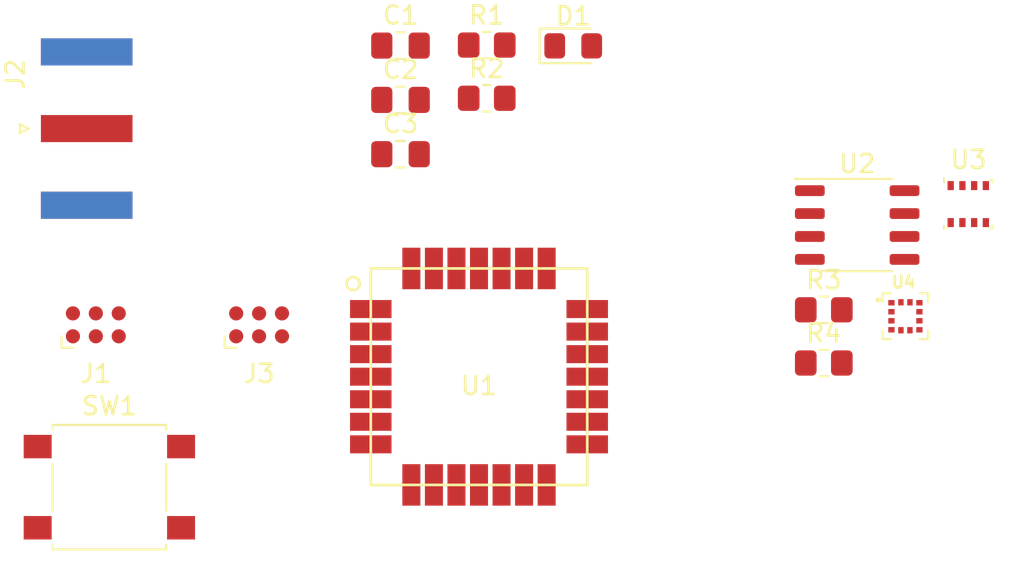
<source format=kicad_pcb>
(kicad_pcb (version 20221018) (generator pcbnew)
  (layers (0 "F.Cu" signal) (31 "B.Cu" signal) (34 "B.Paste" user) (35 "F.Paste" user) (36 "B.SilkS" user "B.Silkscreen") (37 "F.SilkS" user "F.Silkscreen") (38 "B.Mask" user) (39 "F.Mask" user) (44 "Edge.Cuts" user))
  (net 0 "")
  (net 1 "/3v3")
  (net 2 "GND")
  (net 3 "/ANT")
  (net 4 "Net-(J2-In)")
  (net 5 "/Status_LED")
  (net 6 "Net-(D1-A)")
  (net 7 "/SWDIO")
  (net 8 "/RST")
  (net 9 "/SWCLK")
  (net 12 "/USB_TX")
  (net 13 "/USB_RX")
  (net 15 "/SCL")
  (net 16 "/SDA")
  (net 17 "/SiPM_Signal")
  (net 18 "/SiPM_Temp")
  (net 19 "/MOSI")
  (net 21 "/Bias_Enable")
  (net 22 "/Stim_Enable")
  (net 24 "/SCK")
  (net 25 "/Memory_CS")
  (net 26 "/Battery_Monitor")
  (net 27 "/Anneal_Enable")
  (net 28 "/MISO")
  (net 29 "/Bias_CS")
  (footprint "Resistor_SMD:R_0805_2012Metric_Pad1.20x1.40mm_HandSolder" (layer "F.Cu") (at 112.175 64.0715)
    (fp_text reference "R4" (at 0 -1.65) (layer "F.SilkS"))
    (fp_text value "4.7k")
    (fp_line (start -0.227064 -0.735) (end 0.227064 -0.735) (stroke (width 0.12)) (layer "F.SilkS"))
    (fp_line (start -0.227064 0.735) (end 0.227064 0.735) (stroke (width 0.12)) (layer "F.SilkS"))
    (pad "1" smd roundrect (at -1 0) (size 1.2 1.4) (layers "F.Cu" "F.Paste" "F.Mask") (roundrect_rratio 0.208333) (net 16 "/SDA"))
    (pad "2" smd roundrect (at 1 0) (size 1.2 1.4) (layers "F.Cu" "F.Paste" "F.Mask") (roundrect_rratio 0.208333) (net 1 "/3v3"))
  )
  (footprint "Resistor_SMD:R_0805_2012Metric_Pad1.20x1.40mm_HandSolder" (layer "F.Cu") (at 93.487647 49.395)
    (fp_text reference "R2" (at 0 -1.65) (layer "F.SilkS"))
    (fp_text value "0R")
    (fp_line (start -0.227064 -0.735) (end 0.227064 -0.735) (stroke (width 0.12)) (layer "F.SilkS"))
    (fp_line (start -0.227064 0.735) (end 0.227064 0.735) (stroke (width 0.12)) (layer "F.SilkS"))
    (pad "1" smd roundrect (at -1 0) (size 1.2 1.4) (layers "F.Cu" "F.Paste" "F.Mask") (roundrect_rratio 0.208333) (net 4 "Net-(J2-In)"))
    (pad "2" smd roundrect (at 1 0) (size 1.2 1.4) (layers "F.Cu" "F.Paste" "F.Mask") (roundrect_rratio 0.208333) (net 3 "/ANT"))
  )
  (footprint "Package_LGA:Bosch_LGA-8_2.5x2.5mm_P0.65mm_ClockwisePinNumbering" (layer "F.Cu") (at 120.185 55.2615)
    (fp_text reference "U3" (at 0.015 -2.465) (layer "F.SilkS"))
    (fp_text value "BME280")
    (fp_line (start -1.35 -1.2) (end -1.35 -1.45) (stroke (width 0.1)) (layer "F.SilkS"))
    (fp_line (start -1.35 1.35) (end -1.35 1.2) (stroke (width 0.1)) (layer "F.SilkS"))
    (fp_line (start -1.35 1.36) (end -1.2 1.36) (stroke (width 0.1)) (layer "F.SilkS"))
    (fp_line (start 1.2 -1.35) (end 1.35 -1.35) (stroke (width 0.1)) (layer "F.SilkS"))
    (fp_line (start 1.35 -1.35) (end 1.35 -1.2) (stroke (width 0.1)) (layer "F.SilkS"))
    (fp_line (start 1.35 1.35) (end 1.2 1.35) (stroke (width 0.1)) (layer "F.SilkS"))
    (fp_line (start 1.35 1.35) (end 1.35 1.2) (stroke (width 0.1)) (layer "F.SilkS"))
    (pad "1" smd rect (at -0.975 -1.025 90) (size 0.5 0.35) (layers "F.Cu" "F.Paste" "F.Mask") (net 2 "GND"))
    (pad "2" smd rect (at -0.325 -1.025 90) (size 0.5 0.35) (layers "F.Cu" "F.Paste" "F.Mask") (net 1 "/3v3"))
    (pad "3" smd rect (at 0.325 -1.025 90) (size 0.5 0.35) (layers "F.Cu" "F.Paste" "F.Mask") (net 16 "/SDA"))
    (pad "4" smd rect (at 0.975 -1.025 90) (size 0.5 0.35) (layers "F.Cu" "F.Paste" "F.Mask") (net 15 "/SCL"))
    (pad "5" smd rect (at 0.975 1.025 90) (size 0.5 0.35) (layers "F.Cu" "F.Paste" "F.Mask") (net 1 "/3v3"))
    (pad "6" smd rect (at 0.325 1.025 90) (size 0.5 0.35) (layers "F.Cu" "F.Paste" "F.Mask") (net 1 "/3v3"))
    (pad "7" smd rect (at -0.325 1.025 90) (size 0.5 0.35) (layers "F.Cu" "F.Paste" "F.Mask") (net 2 "GND"))
    (pad "8" smd rect (at -0.975 1.025 90) (size 0.5 0.35) (layers "F.Cu" "F.Paste" "F.Mask") (net 1 "/3v3"))
  )
  (footprint "Capacitor_SMD:C_0805_2012Metric_Pad1.18x1.45mm_HandSolder" (layer "F.Cu") (at 88.707647 52.495)
    (fp_text reference "C3" (at 0 -1.68) (layer "F.SilkS"))
    (fp_text value "DNP")
    (fp_line (start -0.261252 -0.735) (end 0.261252 -0.735) (stroke (width 0.12)) (layer "F.SilkS"))
    (fp_line (start -0.261252 0.735) (end 0.261252 0.735) (stroke (width 0.12)) (layer "F.SilkS"))
    (pad "1" smd roundrect (at -1.0375 0) (size 1.175 1.45) (layers "F.Cu" "F.Paste" "F.Mask") (roundrect_rratio 0.212766) (net 4 "Net-(J2-In)"))
    (pad "2" smd roundrect (at 1.0375 0) (size 1.175 1.45) (layers "F.Cu" "F.Paste" "F.Mask") (roundrect_rratio 0.212766) (net 2 "GND"))
  )
  (footprint "Button_Switch_SMD:SW_SPST_B3S-1000" (layer "F.Cu") (at 72.567647 70.955)
    (fp_text reference "SW1" (at 0 -4.5) (layer "F.SilkS"))
    (fp_text value "SW_Push")
    (fp_line (start -3.15 -3.45) (end 3.15 -3.45) (stroke (width 0.12)) (layer "F.SilkS"))
    (fp_line (start -3.15 -3.2) (end -3.15 -3.45) (stroke (width 0.12)) (layer "F.SilkS"))
    (fp_line (start -3.15 1.3) (end -3.15 -1.3) (stroke (width 0.12)) (layer "F.SilkS"))
    (fp_line (start -3.15 3.45) (end -3.15 3.2) (stroke (width 0.12)) (layer "F.SilkS"))
    (fp_line (start 3.15 -3.45) (end 3.15 -3.2) (stroke (width 0.12)) (layer "F.SilkS"))
    (fp_line (start 3.15 -1.3) (end 3.15 1.3) (stroke (width 0.12)) (layer "F.SilkS"))
    (fp_line (start 3.15 3.2) (end 3.15 3.45) (stroke (width 0.12)) (layer "F.SilkS"))
    (fp_line (start 3.15 3.45) (end -3.15 3.45) (stroke (width 0.12)) (layer "F.SilkS"))
    (pad "1" smd rect (at -3.975 -2.25) (size 1.55 1.3) (layers "F.Cu" "F.Paste" "F.Mask") (net 8 "/RST"))
    (pad "1" smd rect (at 3.975 -2.25) (size 1.55 1.3) (layers "F.Cu" "F.Paste" "F.Mask") (net 8 "/RST"))
    (pad "2" smd rect (at -3.975 2.25) (size 1.55 1.3) (layers "F.Cu" "F.Paste" "F.Mask") (net 2 "GND"))
    (pad "2" smd rect (at 3.975 2.25) (size 1.55 1.3) (layers "F.Cu" "F.Paste" "F.Mask") (net 2 "GND"))
  )
  (footprint "Capacitor_SMD:C_0805_2012Metric_Pad1.18x1.45mm_HandSolder" (layer "F.Cu") (at 88.707647 49.485)
    (fp_text reference "C2" (at 0 -1.68) (layer "F.SilkS"))
    (fp_text value "DNP")
    (fp_line (start -0.261252 -0.735) (end 0.261252 -0.735) (stroke (width 0.12)) (layer "F.SilkS"))
    (fp_line (start -0.261252 0.735) (end 0.261252 0.735) (stroke (width 0.12)) (layer "F.SilkS"))
    (pad "1" smd roundrect (at -1.0375 0) (size 1.175 1.45) (layers "F.Cu" "F.Paste" "F.Mask") (roundrect_rratio 0.212766) (net 3 "/ANT"))
    (pad "2" smd roundrect (at 1.0375 0) (size 1.175 1.45) (layers "F.Cu" "F.Paste" "F.Mask") (roundrect_rratio 0.212766) (net 2 "GND"))
  )
  (footprint "Capacitor_SMD:C_0805_2012Metric_Pad1.18x1.45mm_HandSolder" (layer "F.Cu") (at 88.707647 46.475)
    (fp_text reference "C1" (at 0 -1.68) (layer "F.SilkS"))
    (fp_text value "4.7u")
    (fp_line (start -0.261252 -0.735) (end 0.261252 -0.735) (stroke (width 0.12)) (layer "F.SilkS"))
    (fp_line (start -0.261252 0.735) (end 0.261252 0.735) (stroke (width 0.12)) (layer "F.SilkS"))
    (pad "1" smd roundrect (at -1.0375 0) (size 1.175 1.45) (layers "F.Cu" "F.Paste" "F.Mask") (roundrect_rratio 0.212766) (net 1 "/3v3"))
    (pad "2" smd roundrect (at 1.0375 0) (size 1.175 1.45) (layers "F.Cu" "F.Paste" "F.Mask") (roundrect_rratio 0.212766) (net 2 "GND"))
  )
  (footprint "Connector:Tag-Connect_TC2030-IDC-NL_2x03_P1.27mm_Vertical" (layer "F.Cu") (at 71.817647 61.955)
    (fp_text reference "J1" (at 0 2.7) (layer "F.SilkS"))
    (fp_text value "SWD")
    (fp_line (start -1.905 1.27) (end -1.905 0.635) (stroke (width 0.12)) (layer "F.SilkS"))
    (fp_line (start -1.27 1.27) (end -1.905 1.27) (stroke (width 0.12)) (layer "F.SilkS"))
    (pad "" np_thru_hole circle (at -2.54 0) (size 0.9906 0.9906) (drill 0.9906) (layers "*.Cu" "*.Mask"))
    (pad "" np_thru_hole circle (at 2.54 -1.016) (size 0.9906 0.9906) (drill 0.9906) (layers "*.Cu" "*.Mask"))
    (pad "" np_thru_hole circle (at 2.54 1.016) (size 0.9906 0.9906) (drill 0.9906) (layers "*.Cu" "*.Mask"))
    (pad "1" connect circle (at -1.27 0.635) (size 0.7874 0.7874) (layers "F.Cu" "F.Mask") (net 1 "/3v3"))
    (pad "2" connect circle (at -1.27 -0.635) (size 0.7874 0.7874) (layers "F.Cu" "F.Mask") (net 7 "/SWDIO"))
    (pad "3" connect circle (at 0 0.635) (size 0.7874 0.7874) (layers "F.Cu" "F.Mask") (net 8 "/RST"))
    (pad "4" connect circle (at 0 -0.635) (size 0.7874 0.7874) (layers "F.Cu" "F.Mask") (net 9 "/SWCLK"))
    (pad "5" connect circle (at 1.27 0.635) (size 0.7874 0.7874) (layers "F.Cu" "F.Mask") (net 2 "GND"))
    (pad "6" connect circle (at 1.27 -0.635) (size 0.7874 0.7874) (layers "F.Cu" "F.Mask"))
  )
  (footprint "Package_SO:SOP-8_3.9x4.9mm_P1.27mm" (layer "F.Cu") (at 114.025 56.4215)
    (fp_text reference "U2" (at 0 -3.4) (layer "F.SilkS"))
    (fp_text value "MX25R3235FM1xx0")
    (fp_line (start 0 -2.56) (end -3.45 -2.56) (stroke (width 0.12)) (layer "F.SilkS"))
    (fp_line (start 0 -2.56) (end 1.95 -2.56) (stroke (width 0.12)) (layer "F.SilkS"))
    (fp_line (start 0 2.56) (end -1.95 2.56) (stroke (width 0.12)) (layer "F.SilkS"))
    (fp_line (start 0 2.56) (end 1.95 2.56) (stroke (width 0.12)) (layer "F.SilkS"))
    (pad "1" smd roundrect (at -2.625 -1.905) (size 1.65 0.6) (layers "F.Cu" "F.Paste" "F.Mask") (net 25 "/Memory_CS"))
    (pad "2" smd roundrect (at -2.625 -0.635) (size 1.65 0.6) (layers "F.Cu" "F.Paste" "F.Mask") (net 28 "/MISO"))
    (pad "3" smd roundrect (at -2.625 0.635) (size 1.65 0.6) (layers "F.Cu" "F.Paste" "F.Mask"))
    (pad "4" smd roundrect (at -2.625 1.905) (size 1.65 0.6) (layers "F.Cu" "F.Paste" "F.Mask") (net 2 "GND"))
    (pad "5" smd roundrect (at 2.625 1.905) (size 1.65 0.6) (layers "F.Cu" "F.Paste" "F.Mask") (net 19 "/MOSI"))
    (pad "6" smd roundrect (at 2.625 0.635) (size 1.65 0.6) (layers "F.Cu" "F.Paste" "F.Mask") (net 24 "/SCK"))
    (pad "7" smd roundrect (at 2.625 -0.635) (size 1.65 0.6) (layers "F.Cu" "F.Paste" "F.Mask"))
    (pad "8" smd roundrect (at 2.625 -1.905) (size 1.65 0.6) (layers "F.Cu" "F.Paste" "F.Mask") (net 1 "/3v3"))
  )
  (footprint "Resistor_SMD:R_0805_2012Metric_Pad1.20x1.40mm_HandSolder" (layer "F.Cu") (at 93.487647 46.445)
    (fp_text reference "R1" (at 0 -1.65) (layer "F.SilkS"))
    (fp_text value "1k")
    (fp_line (start -0.227064 -0.735) (end 0.227064 -0.735) (stroke (width 0.12)) (layer "F.SilkS"))
    (fp_line (start -0.227064 0.735) (end 0.227064 0.735) (stroke (width 0.12)) (layer "F.SilkS"))
    (pad "1" smd roundrect (at -1 0) (size 1.2 1.4) (layers "F.Cu" "F.Paste" "F.Mask") (roundrect_rratio 0.208333) (net 6 "Net-(D1-A)"))
    (pad "2" smd roundrect (at 1 0) (size 1.2 1.4) (layers "F.Cu" "F.Paste" "F.Mask") (roundrect_rratio 0.208333) (net 1 "/3v3"))
  )
  (footprint "Connector_Coaxial:SMA_Amphenol_132289_EdgeMount" (layer "F.Cu") (at 71.312647 51.075)
    (fp_text reference "J2" (at -3.96 -3 90) (layer "F.SilkS"))
    (fp_text value "Conn_Coaxial")
    (fp_line (start -3.71 -0.25) (end -3.71 0.25) (stroke (width 0.12)) (layer "F.SilkS"))
    (fp_line (start -3.71 0.25) (end -3.21 0) (stroke (width 0.12)) (layer "F.SilkS"))
    (fp_line (start -3.21 0) (end -3.71 -0.25) (stroke (width 0.12)) (layer "F.SilkS"))
    (pad "1" smd rect (at 0 0 90) (size 1.5 5.08) (layers "F.Cu" "F.Paste" "F.Mask") (net 4 "Net-(J2-In)"))
    (pad "2" smd rect (at 0 -4.25 90) (size 1.5 5.08) (layers "F.Cu" "F.Paste" "F.Mask") (net 2 "GND"))
    (pad "2" smd rect (at 0 -4.25 90) (size 1.5 5.08) (layers "B.Cu" "B.Paste" "B.Mask") (net 2 "GND"))
    (pad "2" smd rect (at 0 4.25 90) (size 1.5 5.08) (layers "F.Cu" "F.Paste" "F.Mask") (net 2 "GND"))
    (pad "2" smd rect (at 0 4.25 90) (size 1.5 5.08) (layers "B.Cu" "B.Paste" "B.Mask") (net 2 "GND"))
  )
  (footprint "Connector:Tag-Connect_TC2030-IDC-NL_2x03_P1.27mm_Vertical" (layer "F.Cu") (at 80.867647 61.955)
    (fp_text reference "J3" (at 0 2.7) (layer "F.SilkS"))
    (fp_text value "USB_Comms")
    (fp_line (start -1.905 1.27) (end -1.905 0.635) (stroke (width 0.12)) (layer "F.SilkS"))
    (fp_line (start -1.27 1.27) (end -1.905 1.27) (stroke (width 0.12)) (layer "F.SilkS"))
    (pad "" np_thru_hole circle (at -2.54 0) (size 0.9906 0.9906) (drill 0.9906) (layers "*.Cu" "*.Mask"))
    (pad "" np_thru_hole circle (at 2.54 -1.016) (size 0.9906 0.9906) (drill 0.9906) (layers "*.Cu" "*.Mask"))
    (pad "" np_thru_hole circle (at 2.54 1.016) (size 0.9906 0.9906) (drill 0.9906) (layers "*.Cu" "*.Mask"))
    (pad "1" connect circle (at -1.27 0.635) (size 0.7874 0.7874) (layers "F.Cu" "F.Mask") (net 1 "/3v3"))
    (pad "2" connect circle (at -1.27 -0.635) (size 0.7874 0.7874) (layers "F.Cu" "F.Mask"))
    (pad "3" connect circle (at 0 0.635) (size 0.7874 0.7874) (layers "F.Cu" "F.Mask") (net 12 "/USB_TX"))
    (pad "4" connect circle (at 0 -0.635) (size 0.7874 0.7874) (layers "F.Cu" "F.Mask") (net 13 "/USB_RX"))
    (pad "5" connect circle (at 1.27 0.635) (size 0.7874 0.7874) (layers "F.Cu" "F.Mask") (net 2 "GND"))
    (pad "6" connect circle (at 1.27 -0.635) (size 0.7874 0.7874) (layers "F.Cu" "F.Mask"))
  )
  (footprint "LoRa-E5:LoRa-E5" (layer "F.Cu") (at 93.06 64.83)
    (fp_text reference "U1" (at 0 0.5) (layer "F.SilkS"))
    (fp_text value "LoRa-E5")
    (fp_line (start -6 -6) (end 6 -6) (stroke (width 0.15)) (layer "F.SilkS"))
    (fp_line (start -6 6) (end -6 -6) (stroke (width 0.15)) (layer "F.SilkS"))
    (fp_line (start 6 -6) (end 6 6) (stroke (width 0.15)) (layer "F.SilkS"))
    (fp_line (start 6 6) (end -6 6) (stroke (width 0.15)) (layer "F.SilkS"))
    (fp_circle (center -6.98 -5.16) (end -6.66 -4.99) (stroke (width 0.15)) (fill none) (layer "F.SilkS"))
    (pad "1" smd rect (at -6 -3.75 90) (size 1 2.3) (layers "F.Cu" "F.Paste" "F.Mask") (net 1 "/3v3"))
    (pad "2" smd rect (at -6 -2.5 90) (size 1 2.3) (layers "F.Cu" "F.Paste" "F.Mask") (net 2 "GND"))
    (pad "3" smd rect (at -6 -1.25 90) (size 1 2.3) (layers "F.Cu" "F.Paste" "F.Mask") (net 7 "/SWDIO"))
    (pad "4" smd rect (at -6 0 90) (size 1 2.3) (layers "F.Cu" "F.Paste" "F.Mask") (net 9 "/SWCLK"))
    (pad "5" smd rect (at -6 1.25 90) (size 1 2.3) (layers "F.Cu" "F.Paste" "F.Mask") (net 15 "/SCL"))
    (pad "6" smd rect (at -6 2.5 90) (size 1 2.3) (layers "F.Cu" "F.Paste" "F.Mask") (net 16 "/SDA"))
    (pad "7" smd rect (at -6 3.75 90) (size 1 2.3) (layers "F.Cu" "F.Paste" "F.Mask") (net 17 "/SiPM_Signal"))
    (pad "8" smd rect (at -3.75 6 180) (size 1 2.3) (layers "F.Cu" "F.Paste" "F.Mask") (net 18 "/SiPM_Temp"))
    (pad "9" smd rect (at -2.5 6 180) (size 1 2.3) (layers "F.Cu" "F.Paste" "F.Mask") (net 13 "/USB_RX"))
    (pad "10" smd rect (at -1.25 6 180) (size 1 2.3) (layers "F.Cu" "F.Paste" "F.Mask") (net 12 "/USB_TX"))
    (pad "11" smd rect (at 0 6 180) (size 1 2.3) (layers "F.Cu" "F.Paste" "F.Mask") (net 5 "/Status_LED"))
    (pad "12" smd rect (at 1.25 6 180) (size 1 2.3) (layers "F.Cu" "F.Paste" "F.Mask") (net 19 "/MOSI"))
    (pad "13" smd rect (at 2.5 6 180) (size 1 2.3) (layers "F.Cu" "F.Paste" "F.Mask"))
    (pad "14" smd rect (at 3.75 6 180) (size 1 2.3) (layers "F.Cu" "F.Paste" "F.Mask") (net 2 "GND"))
    (pad "15" smd rect (at 6 3.75 270) (size 1 2.3) (layers "F.Cu" "F.Paste" "F.Mask") (net 3 "/ANT"))
    (pad "16" smd rect (at 6 2.5 270) (size 1 2.3) (layers "F.Cu" "F.Paste" "F.Mask") (net 2 "GND"))
    (pad "17" smd rect (at 6 1.25 270) (size 1 2.3) (layers "F.Cu" "F.Paste" "F.Mask") (net 8 "/RST"))
    (pad "18" smd rect (at 6 0 270) (size 1 2.3) (layers "F.Cu" "F.Paste" "F.Mask") (net 21 "/Bias_Enable"))
    (pad "19" smd rect (at 6 -1.25 270) (size 1 2.3) (layers "F.Cu" "F.Paste" "F.Mask") (net 22 "/Stim_Enable"))
    (pad "20" smd rect (at 6 -2.5 270) (size 1 2.3) (layers "F.Cu" "F.Paste" "F.Mask"))
    (pad "21" smd rect (at 6 -3.75 270) (size 1 2.3) (layers "F.Cu" "F.Paste" "F.Mask") (net 24 "/SCK"))
    (pad "22" smd rect (at 3.75 -6) (size 1 2.3) (layers "F.Cu" "F.Paste" "F.Mask") (net 2 "GND"))
    (pad "23" smd rect (at 2.5 -6) (size 1 2.3) (layers "F.Cu" "F.Paste" "F.Mask") (net 27 "/Anneal_Enable"))
    (pad "24" smd rect (at 1.25 -6) (size 1 2.3) (layers "F.Cu" "F.Paste" "F.Mask") (net 26 "/Battery_Monitor"))
    (pad "25" smd rect (at 0 -6) (size 1 2.3) (layers "F.Cu" "F.Paste" "F.Mask") (net 25 "/Memory_CS"))
    (pad "26" smd rect (at -1.25 -6) (size 1 2.3) (layers "F.Cu" "F.Paste" "F.Mask") (net 28 "/MISO"))
    (pad "27" smd rect (at -2.5 -6) (size 1 2.3) (layers "F.Cu" "F.Paste" "F.Mask") (net 29 "/Bias_CS"))
    (pad "28" smd rect (at -3.75 -6) (size 1 2.3) (layers "F.Cu" "F.Paste" "F.Mask"))
  )
  (footprint "BMA400:XDCR_BMA400" (layer "F.Cu") (at 116.7 61.48)
    (fp_text reference "U4" (at -0.108 -1.8844) (layer "F.SilkS") (effects (font (size 0.64 0.64))))
    (fp_text value "BMA400")
    (fp_line (start -1.27 -1.27) (end -1.27 -0.8) (stroke (width 0.127)) (layer "F.SilkS"))
    (fp_line (start -1.27 -1.27) (end -0.8 -1.27) (stroke (width 0.127)) (layer "F.SilkS"))
    (fp_line (start -1.27 1.27) (end -1.27 0.8) (stroke (width 0.127)) (layer "F.SilkS"))
    (fp_line (start -1.27 1.27) (end -0.8 1.27) (stroke (width 0.127)) (layer "F.SilkS"))
    (fp_line (start 1.27 -1.27) (end 0.8 -1.27) (stroke (width 0.127)) (layer "F.SilkS"))
    (fp_line (start 1.27 -1.27) (end 1.27 -0.8) (stroke (width 0.127)) (layer "F.SilkS"))
    (fp_line (start 1.27 1.27) (end 0.8 1.27) (stroke (width 0.127)) (layer "F.SilkS"))
    (fp_line (start 1.27 1.27) (end 1.27 0.8) (stroke (width 0.127)) (layer "F.SilkS"))
    (fp_circle (center -1.5 -0.9) (end -1.425 -0.9) (stroke (width 0.15)) (fill none) (layer "F.SilkS"))
    (pad "1" smd rect (at -0.775 -0.75) (size 0.35 0.3) (layers "F.Cu"))
    (pad "2" smd rect (at -0.775 -0.25) (size 0.35 0.3) (layers "F.Cu") (net 16 "/SDA"))
    (pad "3" smd rect (at -0.775 0.25) (size 0.35 0.3) (layers "F.Cu") (net 1 "/3v3"))
    (pad "4" smd rect (at -0.775 0.75) (size 0.35 0.3) (layers "F.Cu"))
    (pad "5" smd rect (at -0.25 0.775) (size 0.3 0.35) (layers "F.Cu"))
    (pad "6" smd rect (at 0.25 0.775) (size 0.3 0.35) (layers "F.Cu"))
    (pad "7" smd rect (at 0.775 0.75) (size 0.35 0.3) (layers "F.Cu") (net 1 "/3v3"))
    (pad "8" smd rect (at 0.775 0.25) (size 0.35 0.3) (layers "F.Cu") (net 2 "GND"))
    (pad "9" smd rect (at 0.775 -0.25) (size 0.35 0.3) (layers "F.Cu") (net 2 "GND"))
    (pad "10" smd rect (at 0.775 -0.75) (size 0.35 0.3) (layers "F.Cu"))
    (pad "11" smd rect (at 0.25 -0.775) (size 0.3 0.35) (layers "F.Cu"))
    (pad "12" smd rect (at -0.25 -0.775) (size 0.3 0.35) (layers "F.Cu") (net 15 "/SCL"))
  )
  (footprint "LED_SMD:LED_0805_2012Metric_Pad1.15x1.40mm_HandSolder" (layer "F.Cu") (at 98.282647 46.49)
    (fp_text reference "D1" (at 0 -1.65) (layer "F.SilkS"))
    (fp_text value "LED")
    (fp_line (start -1.86 -0.96) (end -1.86 0.96) (stroke (width 0.12)) (layer "F.SilkS"))
    (fp_line (start -1.86 0.96) (end 1 0.96) (stroke (width 0.12)) (layer "F.SilkS"))
    (fp_line (start 1 -0.96) (end -1.86 -0.96) (stroke (width 0.12)) (layer "F.SilkS"))
    (pad "1" smd roundrect (at -1.025 0) (size 1.15 1.4) (layers "F.Cu" "F.Paste" "F.Mask") (roundrect_rratio 0.217391) (net 5 "/Status_LED"))
    (pad "2" smd roundrect (at 1.025 0) (size 1.15 1.4) (layers "F.Cu" "F.Paste" "F.Mask") (roundrect_rratio 0.217391) (net 6 "Net-(D1-A)"))
  )
  (footprint "Resistor_SMD:R_0805_2012Metric_Pad1.20x1.40mm_HandSolder" (layer "F.Cu") (at 112.175 61.1215)
    (fp_text reference "R3" (at 0 -1.65) (layer "F.SilkS"))
    (fp_text value "4.7k")
    (fp_line (start -0.227064 -0.735) (end 0.227064 -0.735) (stroke (width 0.12)) (layer "F.SilkS"))
    (fp_line (start -0.227064 0.735) (end 0.227064 0.735) (stroke (width 0.12)) (layer "F.SilkS"))
    (pad "1" smd roundrect (at -1 0) (size 1.2 1.4) (layers "F.Cu" "F.Paste" "F.Mask") (roundrect_rratio 0.208333) (net 15 "/SCL"))
    (pad "2" smd roundrect (at 1 0) (size 1.2 1.4) (layers "F.Cu" "F.Paste" "F.Mask") (roundrect_rratio 0.208333) (net 1 "/3v3"))
  )
)
</source>
